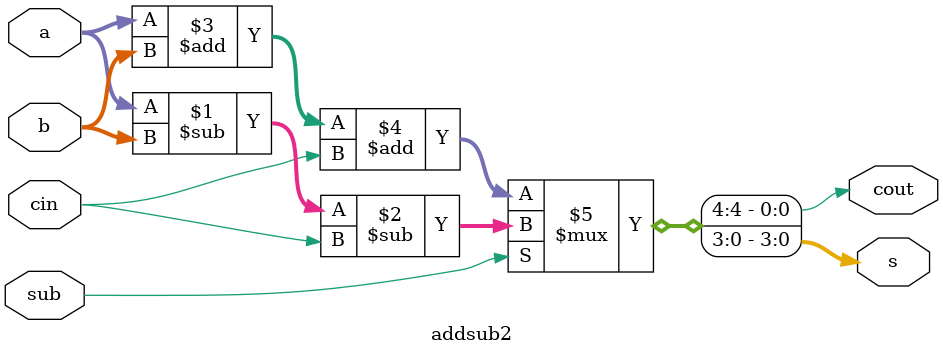
<source format=v>
module addsub2(sub, a, b, cin, s, cout);
	input sub;
	input [3:0] a,b;
	input cin;
	output[3:0] s;
	output cout;
	
	assign {cout, s} = sub ? (a - b - cin) : (a + b + cin);
endmodule
	
</source>
